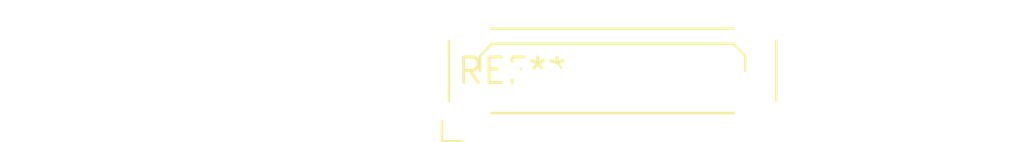
<source format=kicad_pcb>
(kicad_pcb (version 20240108) (generator pcbnew)
  (layers (0 "F.Cu" signal) (31 "B.Cu" signal) (34 "B.Paste" user) (35 "F.Paste" user) (36 "B.SilkS" user "B.Silkscreen") (37 "F.SilkS" user "F.Silkscreen") (38 "B.Mask" user) (39 "F.Mask" user) (44 "Edge.Cuts" user))
  (net 0 "")
  (footprint "Harwin_LTek-Male_06_P2.00mm_Vertical_StrainRelief" (layer "F.Cu") (at 0 0)
    (property "Reference" "REF**")
    (property "Value" "Harwin_LTek-Male_06_P2.00mm_Vertical_StrainRelief")
    (fp_line (start -3.5 2.5) (end -3.5 3.5) (layer "F.SilkS") (stroke (width 0.12)))
    (fp_line (start -3.5 3.5) (end -2.5 3.5) (layer "F.SilkS") (stroke (width 0.12)))
    (fp_line (start -3.15 -1.5) (end -3.15 1.5) (layer "F.SilkS") (stroke (width 0.12)))
    (fp_line (start -1.6 -0.75) (end -1 -1.35) (layer "F.SilkS") (stroke (width 0.12)))
    (fp_line (start -1.6 0) (end -1.6 -0.75) (layer "F.SilkS") (stroke (width 0.12)))
    (fp_line (start -1.05 -2.1) (end 11.05 -2.1) (layer "F.SilkS") (stroke (width 0.12)))
    (fp_line (start -1.05 2.1) (end 11.05 2.1) (layer "F.SilkS") (stroke (width 0.12)))
    (fp_line (start -1 -1.35) (end 5 -1.35) (layer "F.SilkS") (stroke (width 0.12)))
    (fp_line (start 11 -1.35) (end 5 -1.35) (layer "F.SilkS") (stroke (width 0.12)))
    (fp_line (start 11.6 -0.75) (end 11 -1.35) (layer "F.SilkS") (stroke (width 0.12)))
    (fp_line (start 11.6 0) (end 11.6 -0.75) (layer "F.SilkS") (stroke (width 0.12)))
    (fp_line (start 13.15 -1.5) (end 13.15 1.5) (layer "F.SilkS") (stroke (width 0.12)))
    (pad "" thru_hole circle (at -2.25 -2.375) (size 1.25 1.25) (drill 0.95) (layers *.Cu *.Mask) (remove_unused_layers))
    (pad "" thru_hole circle (at -2.25 2.375) (size 1.25 1.25) (drill 0.95) (layers *.Cu *.Mask) (remove_unused_layers))
    (pad "" thru_hole circle (at 12.25 -2.375) (size 1.25 1.25) (drill 0.95) (layers *.Cu *.Mask) (remove_unused_layers))
    (pad "" thru_hole circle (at 12.25 2.375) (size 1.25 1.25) (drill 0.95) (layers *.Cu *.Mask) (remove_unused_layers))
    (pad "1" thru_hole rect (at 0 0) (size 1.35 1.35) (drill 0.8) (layers *.Cu *.Mask) (remove_unused_layers))
    (pad "2" thru_hole circle (at 2 0) (size 1.35 1.35) (drill 0.8) (layers *.Cu *.Mask) (remove_unused_layers))
    (pad "3" thru_hole circle (at 4 0) (size 1.35 1.35) (drill 0.8) (layers *.Cu *.Mask) (remove_unused_layers))
    (pad "4" thru_hole circle (at 6 0) (size 1.35 1.35) (drill 0.8) (layers *.Cu *.Mask) (remove_unused_layers))
    (pad "5" thru_hole circle (at 8 0) (size 1.35 1.35) (drill 0.8) (layers *.Cu *.Mask) (remove_unused_layers))
    (pad "6" thru_hole circle (at 10 0) (size 1.35 1.35) (drill 0.8) (layers *.Cu *.Mask) (remove_unused_layers))
  )
)
</source>
